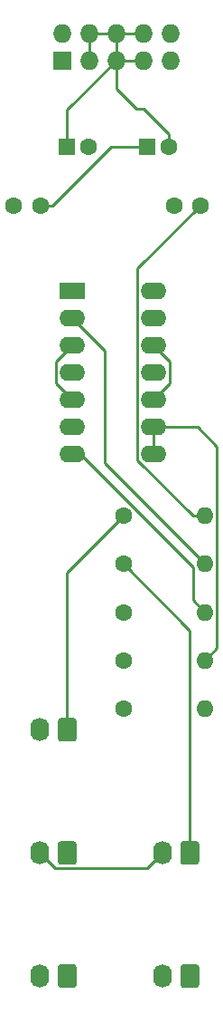
<source format=gbr>
%TF.GenerationSoftware,KiCad,Pcbnew,(5.1.8-0-10_14)*%
%TF.CreationDate,2021-08-22T20:49:35-04:00*%
%TF.ProjectId,bump,62756d70-2e6b-4696-9361-645f70636258,rev?*%
%TF.SameCoordinates,Original*%
%TF.FileFunction,Copper,L2,Bot*%
%TF.FilePolarity,Positive*%
%FSLAX46Y46*%
G04 Gerber Fmt 4.6, Leading zero omitted, Abs format (unit mm)*
G04 Created by KiCad (PCBNEW (5.1.8-0-10_14)) date 2021-08-22 20:49:35*
%MOMM*%
%LPD*%
G01*
G04 APERTURE LIST*
%TA.AperFunction,ComponentPad*%
%ADD10C,1.600000*%
%TD*%
%TA.AperFunction,ComponentPad*%
%ADD11R,1.600000X1.600000*%
%TD*%
%TA.AperFunction,ComponentPad*%
%ADD12O,1.740000X2.200000*%
%TD*%
%TA.AperFunction,ComponentPad*%
%ADD13R,1.727200X1.727200*%
%TD*%
%TA.AperFunction,ComponentPad*%
%ADD14O,1.727200X1.727200*%
%TD*%
%TA.AperFunction,ComponentPad*%
%ADD15O,1.600000X1.600000*%
%TD*%
%TA.AperFunction,ComponentPad*%
%ADD16R,2.400000X1.600000*%
%TD*%
%TA.AperFunction,ComponentPad*%
%ADD17O,2.400000X1.600000*%
%TD*%
%TA.AperFunction,Conductor*%
%ADD18C,0.250000*%
%TD*%
G04 APERTURE END LIST*
D10*
%TO.P,C1,2*%
%TO.N,GND*%
X67500000Y-66000000D03*
D11*
%TO.P,C1,1*%
%TO.N,Net-(C1-Pad1)*%
X65500000Y-66000000D03*
%TD*%
%TO.P,C2,1*%
%TO.N,GND*%
X58000000Y-66000000D03*
D10*
%TO.P,C2,2*%
%TO.N,Net-(C2-Pad2)*%
X60000000Y-66000000D03*
%TD*%
%TO.P,C3,1*%
%TO.N,GND*%
X53000000Y-71500000D03*
%TO.P,C3,2*%
%TO.N,Net-(C1-Pad1)*%
X55500000Y-71500000D03*
%TD*%
%TO.P,C4,2*%
%TO.N,GND*%
X70500000Y-71500000D03*
%TO.P,C4,1*%
%TO.N,Net-(C2-Pad2)*%
X68000000Y-71500000D03*
%TD*%
%TO.P,INPUT1,1*%
%TO.N,Net-(INPUT1-Pad1)*%
%TA.AperFunction,ComponentPad*%
G36*
G01*
X58870000Y-119649999D02*
X58870000Y-121350001D01*
G75*
G02*
X58620001Y-121600000I-249999J0D01*
G01*
X57379999Y-121600000D01*
G75*
G02*
X57130000Y-121350001I0J249999D01*
G01*
X57130000Y-119649999D01*
G75*
G02*
X57379999Y-119400000I249999J0D01*
G01*
X58620001Y-119400000D01*
G75*
G02*
X58870000Y-119649999I0J-249999D01*
G01*
G37*
%TD.AperFunction*%
D12*
%TO.P,INPUT1,2*%
%TO.N,GND*%
X55460000Y-120500000D03*
%TD*%
D13*
%TO.P,J1,1*%
%TO.N,Net-(C2-Pad2)*%
X57500000Y-58000000D03*
D14*
%TO.P,J1,2*%
X57500000Y-55460000D03*
%TO.P,J1,3*%
%TO.N,GND*%
X60040000Y-58000000D03*
%TO.P,J1,4*%
X60040000Y-55460000D03*
%TO.P,J1,5*%
X62580000Y-58000000D03*
%TO.P,J1,6*%
X62580000Y-55460000D03*
%TO.P,J1,7*%
X65120000Y-58000000D03*
%TO.P,J1,8*%
X65120000Y-55460000D03*
%TO.P,J1,9*%
%TO.N,Net-(C1-Pad1)*%
X67660000Y-58000000D03*
%TO.P,J1,10*%
X67660000Y-55460000D03*
%TD*%
D12*
%TO.P,OUTPUT1,2*%
%TO.N,GND*%
X66960000Y-132000000D03*
%TO.P,OUTPUT1,1*%
%TO.N,Net-(OUTPUT1-Pad1)*%
%TA.AperFunction,ComponentPad*%
G36*
G01*
X70370000Y-131149999D02*
X70370000Y-132850001D01*
G75*
G02*
X70120001Y-133100000I-249999J0D01*
G01*
X68879999Y-133100000D01*
G75*
G02*
X68630000Y-132850001I0J249999D01*
G01*
X68630000Y-131149999D01*
G75*
G02*
X68879999Y-130900000I249999J0D01*
G01*
X70120001Y-130900000D01*
G75*
G02*
X70370000Y-131149999I0J-249999D01*
G01*
G37*
%TD.AperFunction*%
%TD*%
%TO.P,OUTPUT2,1*%
%TO.N,Net-(OUTPUT2-Pad1)*%
%TA.AperFunction,ComponentPad*%
G36*
G01*
X58870000Y-131149999D02*
X58870000Y-132850001D01*
G75*
G02*
X58620001Y-133100000I-249999J0D01*
G01*
X57379999Y-133100000D01*
G75*
G02*
X57130000Y-132850001I0J249999D01*
G01*
X57130000Y-131149999D01*
G75*
G02*
X57379999Y-130900000I249999J0D01*
G01*
X58620001Y-130900000D01*
G75*
G02*
X58870000Y-131149999I0J-249999D01*
G01*
G37*
%TD.AperFunction*%
%TO.P,OUTPUT2,2*%
%TO.N,GND*%
X55460000Y-132000000D03*
%TD*%
%TO.P,OUTPUT3,2*%
%TO.N,GND*%
X66960000Y-143500000D03*
%TO.P,OUTPUT3,1*%
%TO.N,Net-(OUTPUT3-Pad1)*%
%TA.AperFunction,ComponentPad*%
G36*
G01*
X70370000Y-142649999D02*
X70370000Y-144350001D01*
G75*
G02*
X70120001Y-144600000I-249999J0D01*
G01*
X68879999Y-144600000D01*
G75*
G02*
X68630000Y-144350001I0J249999D01*
G01*
X68630000Y-142649999D01*
G75*
G02*
X68879999Y-142400000I249999J0D01*
G01*
X70120001Y-142400000D01*
G75*
G02*
X70370000Y-142649999I0J-249999D01*
G01*
G37*
%TD.AperFunction*%
%TD*%
%TO.P,OUTPUT4,1*%
%TO.N,Net-(OUTPUT4-Pad1)*%
%TA.AperFunction,ComponentPad*%
G36*
G01*
X58870000Y-142649999D02*
X58870000Y-144350001D01*
G75*
G02*
X58620001Y-144600000I-249999J0D01*
G01*
X57379999Y-144600000D01*
G75*
G02*
X57130000Y-144350001I0J249999D01*
G01*
X57130000Y-142649999D01*
G75*
G02*
X57379999Y-142400000I249999J0D01*
G01*
X58620001Y-142400000D01*
G75*
G02*
X58870000Y-142649999I0J-249999D01*
G01*
G37*
%TD.AperFunction*%
%TO.P,OUTPUT4,2*%
%TO.N,GND*%
X55460000Y-143500000D03*
%TD*%
D10*
%TO.P,R1,1*%
%TO.N,Net-(INPUT1-Pad1)*%
X63295001Y-100500000D03*
D15*
%TO.P,R1,2*%
%TO.N,GND*%
X70915001Y-100500000D03*
%TD*%
%TO.P,R2,2*%
%TO.N,Net-(R2-Pad2)*%
X70915001Y-105000000D03*
D10*
%TO.P,R2,1*%
%TO.N,Net-(OUTPUT1-Pad1)*%
X63295001Y-105000000D03*
%TD*%
%TO.P,R3,1*%
%TO.N,Net-(OUTPUT2-Pad1)*%
X63295001Y-109500000D03*
D15*
%TO.P,R3,2*%
%TO.N,Net-(R3-Pad2)*%
X70915001Y-109500000D03*
%TD*%
%TO.P,R4,2*%
%TO.N,Net-(R4-Pad2)*%
X70915001Y-114000000D03*
D10*
%TO.P,R4,1*%
%TO.N,Net-(OUTPUT3-Pad1)*%
X63295001Y-114000000D03*
%TD*%
%TO.P,R5,1*%
%TO.N,Net-(OUTPUT4-Pad1)*%
X63295001Y-118500000D03*
D15*
%TO.P,R5,2*%
%TO.N,Net-(R5-Pad2)*%
X70915001Y-118500000D03*
%TD*%
D16*
%TO.P,U1,1*%
%TO.N,Net-(R2-Pad2)*%
X58500000Y-79500000D03*
D17*
%TO.P,U1,8*%
%TO.N,Net-(R4-Pad2)*%
X66120000Y-94740000D03*
%TO.P,U1,2*%
%TO.N,Net-(R2-Pad2)*%
X58500000Y-82040000D03*
%TO.P,U1,9*%
%TO.N,Net-(R4-Pad2)*%
X66120000Y-92200000D03*
%TO.P,U1,3*%
%TO.N,Net-(INPUT1-Pad1)*%
X58500000Y-84580000D03*
%TO.P,U1,10*%
X66120000Y-89660000D03*
%TO.P,U1,4*%
%TO.N,Net-(C1-Pad1)*%
X58500000Y-87120000D03*
%TO.P,U1,11*%
%TO.N,Net-(C2-Pad2)*%
X66120000Y-87120000D03*
%TO.P,U1,5*%
%TO.N,Net-(INPUT1-Pad1)*%
X58500000Y-89660000D03*
%TO.P,U1,12*%
X66120000Y-84580000D03*
%TO.P,U1,6*%
%TO.N,Net-(R3-Pad2)*%
X58500000Y-92200000D03*
%TO.P,U1,13*%
%TO.N,Net-(R5-Pad2)*%
X66120000Y-82040000D03*
%TO.P,U1,7*%
%TO.N,Net-(R3-Pad2)*%
X58500000Y-94740000D03*
%TO.P,U1,14*%
%TO.N,Net-(R5-Pad2)*%
X66120000Y-79500000D03*
%TD*%
D18*
%TO.N,GND*%
X67500000Y-64868630D02*
X65131370Y-62500000D01*
X67500000Y-66000000D02*
X67500000Y-64868630D01*
X65131370Y-62500000D02*
X64500000Y-62500000D01*
X62580000Y-60580000D02*
X62580000Y-58000000D01*
X64500000Y-62500000D02*
X62580000Y-60580000D01*
X58000000Y-62580000D02*
X62580000Y-58000000D01*
X58000000Y-66000000D02*
X58000000Y-62580000D01*
X60040000Y-58000000D02*
X60040000Y-55460000D01*
X60040000Y-55460000D02*
X62580000Y-55460000D01*
X62580000Y-55460000D02*
X65120000Y-55460000D01*
X62580000Y-55460000D02*
X62580000Y-58000000D01*
X62580000Y-58000000D02*
X65120000Y-58000000D01*
X56885010Y-133425010D02*
X55460000Y-132000000D01*
X65534990Y-133425010D02*
X56885010Y-133425010D01*
X66960000Y-132000000D02*
X65534990Y-133425010D01*
X64594990Y-77405010D02*
X70500000Y-71500000D01*
X64594990Y-95311359D02*
X64594990Y-77405010D01*
X69783631Y-100500000D02*
X64594990Y-95311359D01*
X70915001Y-100500000D02*
X69783631Y-100500000D01*
%TO.N,Net-(C1-Pad1)*%
X62131370Y-66000000D02*
X65500000Y-66000000D01*
X56631370Y-71500000D02*
X62131370Y-66000000D01*
X55500000Y-71500000D02*
X56631370Y-71500000D01*
%TO.N,Net-(INPUT1-Pad1)*%
X58000000Y-105795001D02*
X63295001Y-100500000D01*
X58000000Y-120500000D02*
X58000000Y-105795001D01*
X67645010Y-88134990D02*
X66120000Y-89660000D01*
X67645010Y-86105010D02*
X67645010Y-88134990D01*
X66120000Y-84580000D02*
X67645010Y-86105010D01*
X56974990Y-88134990D02*
X58500000Y-89660000D01*
X56974990Y-86105010D02*
X56974990Y-88134990D01*
X58500000Y-84580000D02*
X56974990Y-86105010D01*
%TO.N,Net-(OUTPUT1-Pad1)*%
X69500000Y-111204999D02*
X63295001Y-105000000D01*
X69500000Y-132000000D02*
X69500000Y-111204999D01*
%TO.N,Net-(R2-Pad2)*%
X70915001Y-105000000D02*
X61500000Y-95584999D01*
X61500000Y-85040000D02*
X58500000Y-82040000D01*
X61500000Y-95584999D02*
X61500000Y-85040000D01*
%TO.N,Net-(R3-Pad2)*%
X59200003Y-94740000D02*
X58500000Y-94740000D01*
X69790000Y-105329997D02*
X59200003Y-94740000D01*
X69790000Y-108374999D02*
X69790000Y-105329997D01*
X70915001Y-109500000D02*
X69790000Y-108374999D01*
%TO.N,Net-(R4-Pad2)*%
X72040002Y-112874999D02*
X72040002Y-94040002D01*
X70915001Y-114000000D02*
X72040002Y-112874999D01*
X70200000Y-92200000D02*
X66120000Y-92200000D01*
X72040002Y-94040002D02*
X70200000Y-92200000D01*
X66120000Y-94740000D02*
X66120000Y-92200000D01*
%TD*%
M02*

</source>
